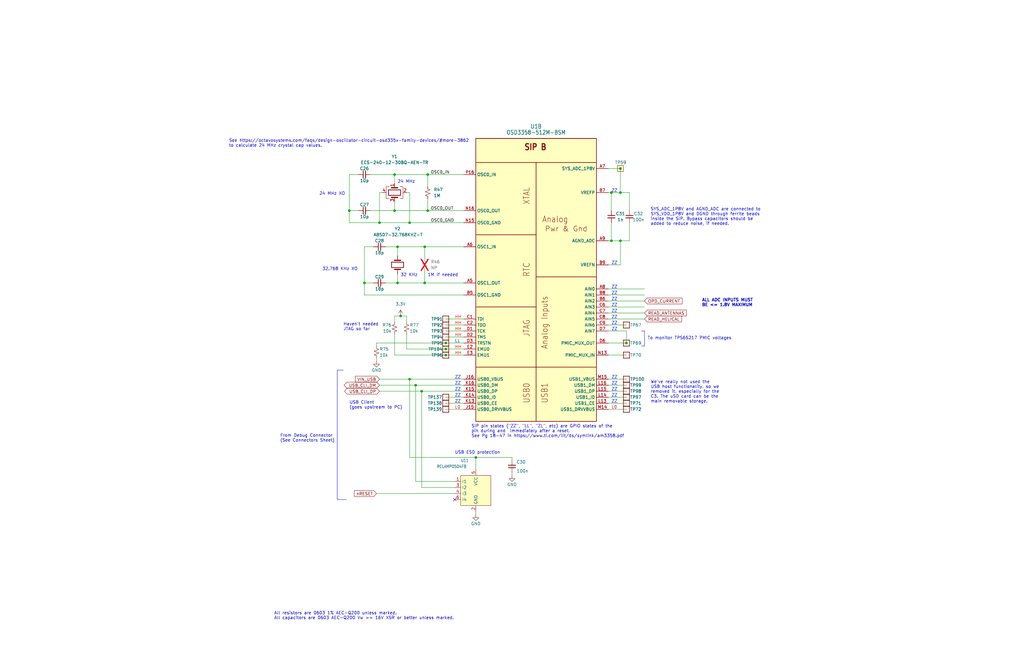
<source format=kicad_sch>
(kicad_sch (version 20230121) (generator eeschema)
  (paper "USLedger")
  (title_block (title "OreSat C3: OSD3358 SIP B") (date "2023-05-29") (rev "6.1"))
  (lib_symbols
    (symbol "Device:C_Small" (pin_numbers hide) (pin_names (offset 0.254) hide)
      (property "Reference" "C" (at 0.254 1.778 0))
      (property "Value" "C_Small" (at 0.254 -2.032 0))
      (symbol "C_Small_1_1"
        (pin passive line (at 0 2.54 270) (length 2.032) (name "~") (number "1"))
        (pin passive line (at 0 -2.54 90) (length 2.032) (name "~") (number "2"))
      )
    )
    (symbol "Device:Crystal" (pin_numbers hide) (pin_names (offset 1.016) hide)
      (property "Reference" "Y" (at 0 3.81 0))
      (property "Value" "Crystal" (at 0 -3.81 0))
      (symbol "Crystal_1_1"
        (pin passive line (at -3.81 0 0) (length 1.27) (name "1") (number "1"))
        (pin passive line (at 3.81 0 180) (length 1.27) (name "2") (number "2"))
      )
    )
    (symbol "Device:Crystal_GND24" (pin_names (offset 1.016) hide)
      (property "Reference" "Y" (at 3.175 5.08 0))
      (property "Value" "Crystal_GND24" (at 3.175 3.175 0))
      (symbol "Crystal_GND24_1_1"
        (pin passive line (at -3.81 0 0) (length 1.27) (name "1") (number "1"))
        (pin passive line (at 0 5.08 270) (length 1.27) (name "2") (number "2"))
        (pin passive line (at 3.81 0 180) (length 1.27) (name "3") (number "3"))
        (pin passive line (at 0 -5.08 90) (length 1.27) (name "4") (number "4"))
      )
    )
    (symbol "Device:R_Small_US" (pin_numbers hide) (pin_names (offset 0.254) hide)
      (property "Reference" "R" (at 0.762 0.508 0))
      (property "Value" "R_Small_US" (at 0.762 -1.016 0))
      (symbol "R_Small_US_1_1"
        (pin passive line (at 0 2.54 270) (length 1.016) (name "~") (number "1"))
        (pin passive line (at 0 -2.54 90) (length 1.016) (name "~") (number "2"))
      )
    )
    (symbol "oresat-ics:OSD3358-512M-BSM"
      (property "Reference" "U" (at 0 87.63 0))
      (property "Value" "OSD3358-512M-BSM" (at 0 85.09 0))
      (symbol "OSD3358-512M-BSM_1_0"
        (text "Connect to either:\nSYS_VDD_1P8V or\nSYS_VDD3_3P3V" (at 8.89 -21.59 900) (effects (font (size 1.27 1.0795)) (justify bottom)))
        (text "Connect together with pour" (at 5.08 -60.96 900) (effects (font (size 1.27 1.0795)) (justify left bottom)))
        (text "Connect together with pour" (at 5.08 -7.62 900) (effects (font (size 1.27 1.0795)) (justify left bottom)))
        (text "GND to program EEPROM" (at -25.4 -71.12 0) (effects (font (size 1.27 1.0795)) (justify left bottom)))
        (text "I2C0" (at -2.54 -60.96 900) (effects (font (size 2.54 2.159)) (justify left bottom)))
        (text "Reset" (at 5.08 -81.28 900) (effects (font (size 2.54 2.159)) (justify left bottom)))
        (text "SIP A" (at -20.32 17.78 0) (effects (font (size 2.54 2.159) bold) (justify left bottom)))
        (pin bidirectional line (at -35.56 -53.34 0) (length 5.08) (name "I2C0_SCL") (number "C10"))
        (pin bidirectional line (at -35.56 -63.5 0) (length 5.08) (name "I2C0_SDA") (number "C11"))
        (pin bidirectional line (at -35.56 -50.8 0) (length 5.08) (name "PMIC_SCL") (number "D10"))
        (pin bidirectional line (at -35.56 -60.96 0) (length 5.08) (name "PMIC_SDA") (number "D11"))
        (pin bidirectional line (at -35.56 -40.64 0) (length 5.08) (name "EXTINTN") (number "D4"))
        (pin output line (at -35.56 -38.1 0) (length 5.08) (name "PMIC_NINT") (number "E4"))
        (pin power_in line (at 35.56 -38.1 180) (length 5.08) (name "SYS_VDD_1P8V@1") (number "F10"))
        (pin power_in line (at 35.56 43.18 180) (length 5.08) (name "SYS_VDD2_3P3V@1") (number "F11"))
        (pin power_in line (at 35.56 60.96 180) (length 5.08) (name "SYS_VDD1_3P3V@1") (number "F6"))
        (pin power_in line (at 35.56 58.42 180) (length 5.08) (name "SYS_VDD1_3P3V@2") (number "F7"))
        (pin power_in line (at 35.56 12.7 180) (length 5.08) (name "SYS_VDD3_3P3V@1") (number "F8"))
        (pin power_in line (at 35.56 -22.86 180) (length 5.08) (name "VDDSHV4") (number "F9"))
        (pin power_in line (at 35.56 -40.64 180) (length 5.08) (name "SYS_VDD_1P8V@2") (number "G10"))
        (pin power_in line (at 35.56 40.64 180) (length 5.08) (name "SYS_VDD2_3P3V@2") (number "G11"))
        (pin power_in line (at 35.56 55.88 180) (length 5.08) (name "SYS_VDD1_3P3V@3") (number "G6"))
        (pin power_in line (at 35.56 53.34 180) (length 5.08) (name "SYS_VDD1_3P3V@4") (number "G7"))
        (pin power_in line (at 35.56 10.16 180) (length 5.08) (name "SYS_VDD3_3P3V@2") (number "G8"))
        (pin power_in line (at 35.56 -25.4 180) (length 5.08) (name "VDDSHV5") (number "G9"))
        (pin power_in line (at 35.56 -43.18 180) (length 5.08) (name "SYS_VDD_1P8V@3") (number "H10"))
        (pin power_in line (at 35.56 -45.72 180) (length 5.08) (name "SYS_VDD_1P8V@4") (number "H11"))
        (pin power_in line (at 35.56 7.62 180) (length 5.08) (name "SYS_VDD3_3P3V@3") (number "H7"))
        (pin power_in line (at 35.56 5.08 180) (length 5.08) (name "SYS_VDD3_3P3V@4") (number "H8"))
        (pin power_in line (at 35.56 -27.94 180) (length 5.08) (name "VDDSHV6") (number "H9"))
        (pin power_in line (at 35.56 -48.26 180) (length 5.08) (name "SYS_VDD_1P8V@5") (number "J10"))
        (pin power_in line (at 35.56 -50.8 180) (length 5.08) (name "SYS_VDD_1P8V@6") (number "J11"))
        (pin power_in line (at 35.56 2.54 180) (length 5.08) (name "SYS_VDD3_3P3V@5") (number "J7"))
        (pin power_in line (at 35.56 0 180) (length 5.08) (name "SYS_VDD3_3P3V@6") (number "J8"))
        (pin power_in line (at 35.56 -15.24 180) (length 5.08) (name "VDDSHV1") (number "J9"))
        (pin power_in line (at 35.56 -53.34 180) (length 5.08) (name "SYS_VDD_1P8V@7") (number "K10"))
        (pin power_in line (at 35.56 30.48 180) (length 5.08) (name "SYS_RTC_1P8V@1") (number "K11"))
        (pin power_in line (at 35.56 78.74 180) (length 5.08) (name "SYS_VOUT@1") (number "K6"))
        (pin power_in line (at 35.56 76.2 180) (length 5.08) (name "SYS_VOUT@2") (number "K7"))
        (pin power_in line (at 35.56 -2.54 180) (length 5.08) (name "SYS_VDD3_3P3V@7") (number "K8"))
        (pin power_in line (at 35.56 -17.78 180) (length 5.08) (name "VDDSHV2") (number "K9"))
        (pin power_in line (at 35.56 -55.88 180) (length 5.08) (name "SYS_VDD_1P8V@8") (number "L10"))
        (pin power_in line (at 35.56 27.94 180) (length 5.08) (name "SYS_RTC_1P8V@2") (number "L11"))
        (pin output line (at -35.56 -30.48 0) (length 5.08) (name "PMIC_NWAKEUP") (number "L4"))
        (pin power_in line (at 35.56 73.66 180) (length 5.08) (name "SYS_VOUT@3") (number "L6"))
        (pin power_in line (at 35.56 71.12 180) (length 5.08) (name "SYS_VOUT@4") (number "L7"))
        (pin power_in line (at 35.56 -5.08 180) (length 5.08) (name "SYS_VDD3_3P3V@8") (number "L8"))
        (pin power_in line (at 35.56 -20.32 180) (length 5.08) (name "VDDSHV3") (number "L9"))
        (pin bidirectional line (at -35.56 5.08 0) (length 5.08) (name "PMIC_NRESET") (number "M13"))
        (pin bidirectional line (at -35.56 -83.82 0) (length 5.08) (name "RTC_KALDO_ENN") (number "M16"))
        (pin bidirectional line (at -35.56 -73.66 0) (length 5.08) (name "EEPROM_WP") (number "M2"))
        (pin bidirectional line (at -35.56 -33.02 0) (length 5.08) (name "EXT_WAKEUP") (number "M4"))
        (pin output line (at -35.56 -17.78 0) (length 5.08) (name "PMIC_POWER_EN") (number "N10"))
        (pin input line (at -35.56 -15.24 0) (length 5.08) (name "PMIC_PWR_EN") (number "N11"))
        (pin output line (at 35.56 -71.12 180) (length 5.08) (name "PMIC_PGOOD") (number "N12"))
        (pin output line (at -35.56 -22.86 0) (length 5.08) (name "PMIC_LDO_PGOOD") (number "N4"))
        (pin bidirectional line (at -35.56 -25.4 0) (length 5.08) (name "RTC_PWRONRSTN") (number "N5"))
        (pin bidirectional line (at -35.56 35.56 0) (length 5.08) (name "PMIC_TS") (number "N6"))
        (pin bidirectional line (at -35.56 38.1 0) (length 5.08) (name "PMIC_BAT_SENSE") (number "N7"))
        (pin power_in line (at -35.56 78.74 0) (length 5.08) (name "VIN_AC@1") (number "P10"))
        (pin bidirectional line (at 35.56 -73.66 180) (length 5.08) (name "PWRONRSTN") (number "P11"))
        (pin power_in line (at -35.56 48.26 0) (length 5.08) (name "VIN_BAT@1") (number "P8"))
        (pin power_in line (at -35.56 63.5 0) (length 5.08) (name "VIN_USB@1") (number "P9"))
        (pin power_in line (at -35.56 76.2 0) (length 5.08) (name "VIN_AC@2") (number "R10"))
        (pin bidirectional line (at 35.56 -83.82 180) (length 5.08) (name "WARMRSTN") (number "R11"))
        (pin power_in line (at -35.56 45.72 0) (length 5.08) (name "VIN_BAT@2") (number "R8"))
        (pin power_in line (at -35.56 60.96 0) (length 5.08) (name "VIN_USB@2") (number "R9"))
        (pin power_in line (at -35.56 73.66 0) (length 5.08) (name "VIN_AC@3") (number "T10"))
        (pin bidirectional line (at -35.56 -5.08 0) (length 5.08) (name "PMIC_PB_IN") (number "T11"))
        (pin power_in line (at -35.56 43.18 0) (length 5.08) (name "VIN_BAT@3") (number "T8"))
        (pin power_in line (at -35.56 58.42 0) (length 5.08) (name "VIN_USB@3") (number "T9"))
      )
      (symbol "OSD3358-512M-BSM_2_0"
        (text "Analog" (at 2.54 22.86 0) (effects (font (size 2.54 2.159)) (justify left bottom)))
        (text "Analog Inputs" (at 5.08 -30.48 900) (effects (font (size 2.54 2.159)) (justify left bottom)))
        (text "JTAG" (at -2.54 -25.4 900) (effects (font (size 2.54 2.159)) (justify left bottom)))
        (text "Pwr & Gnd" (at 12.7 20.32 0) (effects (font (size 2.159 2.159))))
        (text "RTC" (at -2.54 0 900) (effects (font (size 2.54 2.159)) (justify left bottom)))
        (text "SIP B" (at -5.08 53.34 0) (effects (font (size 2.54 2.159) bold) (justify left bottom)))
        (text "USB0" (at -2.54 -53.34 900) (effects (font (size 2.54 2.159)) (justify left bottom)))
        (text "USB1" (at 5.08 -53.34 900) (effects (font (size 2.54 2.159)) (justify left bottom)))
        (text "XTAL" (at -2.54 30.48 900) (effects (font (size 2.54 2.159)) (justify left bottom)))
        (pin bidirectional line (at -30.48 -2.54 0) (length 5.08) (name "OSC1_OUT") (number "A5"))
        (pin bidirectional line (at -30.48 12.7 0) (length 5.08) (name "OSC1_IN") (number "A6"))
        (pin bidirectional line (at 30.48 45.72 180) (length 5.08) (name "SYS_ADC_1P8V") (number "A7"))
        (pin bidirectional line (at 30.48 -5.08 180) (length 5.08) (name "AIN0") (number "A8"))
        (pin bidirectional line (at 30.48 15.24 180) (length 5.08) (name "AGND_ADC") (number "A9"))
        (pin bidirectional line (at -30.48 -7.62 0) (length 5.08) (name "OSC1_GND") (number "B5"))
        (pin bidirectional line (at 30.48 -10.16 180) (length 5.08) (name "AIN2") (number "B6"))
        (pin bidirectional line (at 30.48 35.56 180) (length 5.08) (name "VREFP") (number "B7"))
        (pin bidirectional line (at 30.48 -7.62 180) (length 5.08) (name "AIN1") (number "B8"))
        (pin bidirectional line (at 30.48 5.08 180) (length 5.08) (name "VREFN") (number "B9"))
        (pin bidirectional line (at -30.48 -17.78 0) (length 5.08) (name "TDI") (number "C1"))
        (pin bidirectional line (at -30.48 -20.32 0) (length 5.08) (name "TDO") (number "C2"))
        (pin bidirectional line (at 30.48 -12.7 180) (length 5.08) (name "AIN3") (number "C6"))
        (pin bidirectional line (at 30.48 -15.24 180) (length 5.08) (name "AIN4") (number "C7"))
        (pin bidirectional line (at 30.48 -17.78 180) (length 5.08) (name "AIN5") (number "C8"))
        (pin bidirectional line (at 30.48 -20.32 180) (length 5.08) (name "AIN6") (number "C9"))
        (pin bidirectional line (at -30.48 -22.86 0) (length 5.08) (name "TCK") (number "D1"))
        (pin bidirectional line (at -30.48 -25.4 0) (length 5.08) (name "TMS") (number "D2"))
        (pin bidirectional line (at -30.48 -27.94 0) (length 5.08) (name "TRSTN") (number "D3"))
        (pin bidirectional line (at 30.48 -27.94 180) (length 5.08) (name "PMIC_MUX_OUT") (number "D6"))
        (pin bidirectional line (at 30.48 -22.86 180) (length 5.08) (name "AIN7") (number "D7"))
        (pin bidirectional line (at -30.48 -30.48 0) (length 5.08) (name "EMU0") (number "E2"))
        (pin bidirectional line (at -30.48 -33.02 0) (length 5.08) (name "EMU1") (number "E3"))
        (pin bidirectional line (at -30.48 -55.88 0) (length 5.08) (name "USB0_DRVVBUS") (number "J15"))
        (pin bidirectional line (at -30.48 -43.18 0) (length 5.08) (name "USB0_VBUS") (number "J16"))
        (pin bidirectional line (at -30.48 -53.34 0) (length 5.08) (name "USB0_CE") (number "K13"))
        (pin bidirectional line (at -30.48 -50.8 0) (length 5.08) (name "USB0_ID") (number "K14"))
        (pin bidirectional line (at -30.48 -48.26 0) (length 5.08) (name "USB0_DP") (number "K15"))
        (pin bidirectional line (at -30.48 -45.72 0) (length 5.08) (name "USB0_DM") (number "K16"))
        (pin bidirectional line (at 30.48 -53.34 180) (length 5.08) (name "USB1_CE") (number "L13"))
        (pin bidirectional line (at 30.48 -50.8 180) (length 5.08) (name "USB1_ID") (number "L14"))
        (pin bidirectional line (at 30.48 -48.26 180) (length 5.08) (name "USB1_DP") (number "L15"))
        (pin bidirectional line (at 30.48 -45.72 180) (length 5.08) (name "USB1_DM") (number "L16"))
        (pin bidirectional line (at 30.48 -55.88 180) (length 5.08) (name "USB1_DRVVBUS") (number "M14"))
        (pin bidirectional line (at 30.48 -43.18 180) (length 5.08) (name "USB1_VBUS") (number "M15"))
        (pin bidirectional line (at 30.48 -33.02 180) (length 5.08) (name "PMIC_MUX_IN") (number "N13"))
        (pin bidirectional line (at -30.48 22.86 0) (length 5.08) (name "OSC0_GND") (number "N15"))
        (pin bidirectional line (at -30.48 27.94 0) (length 5.08) (name "OSC0_OUT") (number "N16"))
        (pin bidirectional line (at -30.48 43.18 0) (length 5.08) (name "OSC0_IN") (number "P16"))
      )
      (symbol "OSD3358-512M-BSM_3_0"
        (text "SIP C" (at -5.08 53.34 0) (effects (font (size 2.54 2.159) bold) (justify left bottom)))
        (pin bidirectional line (at -30.48 -12.7 0) (length 5.08) (name "MCASP0_ACLKX") (number "A1"))
        (pin bidirectional line (at -30.48 33.02 0) (length 5.08) (name "UART1_RTSN") (number "A10"))
        (pin bidirectional line (at -30.48 38.1 0) (length 5.08) (name "UART1_RXD") (number "A11"))
        (pin bidirectional line (at -30.48 53.34 0) (length 5.08) (name "UART0_RXD") (number "A12"))
        (pin bidirectional line (at -30.48 25.4 0) (length 5.08) (name "SPI0_SCLK") (number "A13"))
        (pin bidirectional line (at -30.48 17.78 0) (length 5.08) (name "SPI0_CS0") (number "A14"))
        (pin bidirectional line (at -30.48 0 0) (length 5.08) (name "MMC0_DAT1") (number "A15"))
        (pin bidirectional line (at -30.48 2.54 0) (length 5.08) (name "MMC0_DAT0") (number "A16"))
        (pin bidirectional line (at -30.48 -15.24 0) (length 5.08) (name "MCASP0_FSX") (number "A2"))
        (pin bidirectional line (at -30.48 -22.86 0) (length 5.08) (name "MCASP0_ACLKR") (number "A3"))
        (pin bidirectional line (at -30.48 -38.1 0) (length 5.08) (name "XDMA_EVENT_INTR0") (number "A4"))
        (pin bidirectional line (at -30.48 -20.32 0) (length 5.08) (name "MCASP0_AHCLKR") (number "B1"))
        (pin bidirectional line (at -30.48 35.56 0) (length 5.08) (name "UART1_CTSN") (number "B10"))
        (pin bidirectional line (at -30.48 40.64 0) (length 5.08) (name "UART1_TXD") (number "B11"))
        (pin bidirectional line (at -30.48 55.88 0) (length 5.08) (name "UART0_TXD") (number "B12"))
        (pin bidirectional line (at -30.48 22.86 0) (length 5.08) (name "SPI0_D0") (number "B13"))
        (pin bidirectional line (at -30.48 20.32 0) (length 5.08) (name "SPI0_D1") (number "B14"))
        (pin bidirectional line (at -30.48 7.62 0) (length 5.08) (name "MMC0_CLK") (number "B15"))
        (pin bidirectional line (at -30.48 5.08 0) (length 5.08) (name "MMC0_CMD") (number "B16"))
        (pin bidirectional line (at -30.48 -17.78 0) (length 5.08) (name "MCASP0_AXR0") (number "B2"))
        (pin bidirectional line (at -30.48 -25.4 0) (length 5.08) (name "MCASP0_FSR") (number "B3"))
        (pin bidirectional line (at -30.48 -40.64 0) (length 5.08) (name "XDMA_EVENT_INTR1") (number "B4"))
        (pin bidirectional line (at -30.48 50.8 0) (length 5.08) (name "UART0_CTSN") (number "C12"))
        (pin bidirectional line (at -30.48 48.26 0) (length 5.08) (name "UART0_RTSN") (number "C13"))
        (pin bidirectional line (at -30.48 15.24 0) (length 5.08) (name "SPI0_CS1") (number "C14"))
        (pin bidirectional line (at -30.48 -5.08 0) (length 5.08) (name "MMC0_DAT3") (number "C15"))
        (pin bidirectional line (at -30.48 -2.54 0) (length 5.08) (name "MMC0_DAT2") (number "C16"))
        (pin bidirectional line (at -30.48 -27.94 0) (length 5.08) (name "MCASP0_AXR1") (number "C3"))
        (pin bidirectional line (at -30.48 -30.48 0) (length 5.08) (name "MCASP0_AHCLKX") (number "C4"))
        (pin bidirectional line (at -30.48 -43.18 0) (length 5.08) (name "ECAP0_IN_PWM0_OUT") (number "C5"))
        (pin bidirectional line (at 30.48 -50.8 180) (length 5.08) (name "GPMC_ADVN_ALE") (number "M1"))
        (pin bidirectional line (at 30.48 -58.42 180) (length 5.08) (name "GPMC_OEN_REN") (number "N1"))
        (pin bidirectional line (at 30.48 17.78 180) (length 5.08) (name "GPMC_BEN1") (number "N14"))
        (pin bidirectional line (at 30.48 -55.88 180) (length 5.08) (name "GPMC_WEN") (number "N2"))
        (pin bidirectional line (at 30.48 -53.34 180) (length 5.08) (name "GPMC_BEN0_CLE") (number "N3"))
        (pin bidirectional line (at 30.48 2.54 180) (length 5.08) (name "GPMC_CSN2") (number "P1"))
        (pin bidirectional line (at 30.48 45.72 180) (length 5.08) (name "GPMC_A2") (number "P12"))
        (pin bidirectional line (at 30.48 38.1 180) (length 5.08) (name "GPMC_A5") (number "P13"))
        (pin bidirectional line (at 30.48 30.48 180) (length 5.08) (name "GPMC_A8") (number "P14"))
        (pin bidirectional line (at 30.48 15.24 180) (length 5.08) (name "GPMC_WAIT0") (number "P15"))
        (pin bidirectional line (at 30.48 5.08 180) (length 5.08) (name "GPMC_CSN1") (number "P2"))
        (pin bidirectional line (at 30.48 7.62 180) (length 5.08) (name "GPMC_CSN0") (number "P3"))
        (pin bidirectional line (at 30.48 -20.32 180) (length 5.08) (name "GPMC_AD6") (number "P4"))
        (pin bidirectional line (at 30.48 -30.48 180) (length 5.08) (name "GPMC_AD9") (number "P5"))
        (pin bidirectional line (at 30.48 -38.1 180) (length 5.08) (name "GPMC_AD12") (number "P6"))
        (pin bidirectional line (at 30.48 -45.72 180) (length 5.08) (name "GPMC_AD15") (number "P7"))
        (pin bidirectional line (at 30.48 -10.16 180) (length 5.08) (name "GPMC_AD2") (number "R1"))
        (pin bidirectional line (at 30.48 48.26 180) (length 5.08) (name "GPMC_A1") (number "R12"))
        (pin bidirectional line (at 30.48 40.64 180) (length 5.08) (name "GPMC_A4") (number "R13"))
        (pin bidirectional line (at 30.48 33.02 180) (length 5.08) (name "GPMC_A7") (number "R14"))
        (pin bidirectional line (at 30.48 25.4 180) (length 5.08) (name "GPMC_A10") (number "R15"))
        (pin bidirectional line (at 30.48 12.7 180) (length 5.08) (name "GPMC_WPN") (number "R16"))
        (pin bidirectional line (at 30.48 -7.62 180) (length 5.08) (name "GPMC_AD1") (number "R2"))
        (pin bidirectional line (at 30.48 -5.08 180) (length 5.08) (name "GPMC_AD0") (number "R3"))
        (pin bidirectional line (at 30.48 -22.86 180) (length 5.08) (name "GPMC_AD7") (number "R4"))
        (pin bidirectional line (at 30.48 -33.02 180) (length 5.08) (name "GPMC_AD10") (number "R5"))
        (pin bidirectional line (at 30.48 -40.64 180) (length 5.08) (name "GPMC_AD13") (number "R6"))
        (pin bidirectional line (at 30.48 0 180) (length 5.08) (name "GPMC_CSN3") (number "R7"))
        (pin bidirectional line (at 30.48 -17.78 180) (length 5.08) (name "GPMC_AD5") (number "T1"))
        (pin bidirectional line (at 30.48 50.8 180) (length 5.08) (name "GPMC_A0") (number "T12"))
        (pin bidirectional line (at 30.48 43.18 180) (length 5.08) (name "GPMC_A3") (number "T13"))
        (pin bidirectional line (at 30.48 35.56 180) (length 5.08) (name "GPMC_A6") (number "T14"))
        (pin bidirectional line (at 30.48 27.94 180) (length 5.08) (name "GPMC_A9") (number "T15"))
        (pin bidirectional line (at 30.48 22.86 180) (length 5.08) (name "GPMC_A11") (number "T16"))
        (pin bidirectional line (at 30.48 -15.24 180) (length 5.08) (name "GPMC_AD4") (number "T2"))
        (pin bidirectional line (at 30.48 -12.7 180) (length 5.08) (name "GPMC_AD3") (number "T3"))
        (pin bidirectional line (at 30.48 -27.94 180) (length 5.08) (name "GPMC_AD8") (number "T4"))
        (pin bidirectional line (at 30.48 -35.56 180) (length 5.08) (name "GPMC_AD11") (number "T5"))
        (pin bidirectional line (at 30.48 -43.18 180) (length 5.08) (name "GPMC_AD14") (number "T6"))
        (pin bidirectional line (at 30.48 55.88 180) (length 5.08) (name "GPMC_CLK") (number "T7"))
      )
      (symbol "OSD3358-512M-BSM_4_0"
        (text "SIP D" (at -20.32 -30.48 0) (effects (font (size 2.54 2.159) bold) (justify left bottom)))
        (pin bidirectional line (at -30.48 -17.78 0) (length 5.08) (name "MDC") (number "D13"))
        (pin bidirectional line (at -30.48 -5.08 0) (length 5.08) (name "MII1_RXD3") (number "D14"))
        (pin bidirectional line (at -30.48 -2.54 0) (length 5.08) (name "MII1_RXD2") (number "D15"))
        (pin bidirectional line (at -30.48 0 0) (length 5.08) (name "MII1_RXD1") (number "D16"))
        (pin bidirectional line (at 30.48 -22.86 180) (length 5.08) (name "LCD_AC_BIAS_EN") (number "E1"))
        (pin bidirectional line (at -30.48 -20.32 0) (length 5.08) (name "MDIO") (number "E13"))
        (pin bidirectional line (at -30.48 2.54 0) (length 5.08) (name "MII1_RXD0") (number "E14"))
        (pin bidirectional line (at -30.48 -7.62 0) (length 5.08) (name "MII1_RX_ER") (number "E15"))
        (pin bidirectional line (at -30.48 5.08 0) (length 5.08) (name "MII1_RX_CLK") (number "E16"))
        (pin bidirectional line (at 30.48 -15.24 180) (length 5.08) (name "LCD_PCLK") (number "F1"))
        (pin bidirectional line (at -30.48 12.7 0) (length 5.08) (name "MII1_CRS") (number "F14"))
        (pin bidirectional line (at -30.48 10.16 0) (length 5.08) (name "MII1_COL") (number "F15"))
        (pin bidirectional line (at -30.48 -10.16 0) (length 5.08) (name "MII1_RX_DV") (number "F16"))
        (pin bidirectional line (at 30.48 -20.32 180) (length 5.08) (name "LCD_HSYNC") (number "F2"))
        (pin bidirectional line (at 30.48 -17.78 180) (length 5.08) (name "LCD_VSYNC") (number "F3"))
        (pin bidirectional line (at 30.48 22.86 180) (length 5.08) (name "LCD_DATA2") (number "G1"))
        (pin bidirectional line (at -30.48 15.24 0) (length 5.08) (name "MII1_TX_EN") (number "G14"))
        (pin bidirectional line (at -30.48 17.78 0) (length 5.08) (name "MII1_TXD3") (number "G15"))
        (pin bidirectional line (at -30.48 20.32 0) (length 5.08) (name "MII1_TXD2") (number "G16"))
        (pin bidirectional line (at 30.48 25.4 180) (length 5.08) (name "LCD_DATA1") (number "G2"))
        (pin bidirectional line (at 30.48 27.94 180) (length 5.08) (name "LCD_DATA0") (number "G3"))
        (pin bidirectional line (at 30.48 15.24 180) (length 5.08) (name "LCD_DATA5") (number "H1"))
        (pin bidirectional line (at -30.48 22.86 0) (length 5.08) (name "MII1_TXD1") (number "H14"))
        (pin bidirectional line (at -30.48 25.4 0) (length 5.08) (name "MII1_TXD0") (number "H15"))
        (pin bidirectional line (at -30.48 27.94 0) (length 5.08) (name "MII1_TX_CLK") (number "H16"))
        (pin bidirectional line (at 30.48 17.78 180) (length 5.08) (name "LCD_DATA4") (number "H2"))
        (pin bidirectional line (at 30.48 20.32 180) (length 5.08) (name "LCD_DATA3") (number "H3"))
        (pin bidirectional line (at 30.48 7.62 180) (length 5.08) (name "LCD_DATA8") (number "J1"))
        (pin bidirectional line (at -30.48 -15.24 0) (length 5.08) (name "RMII1_REF_CLK") (number "J14"))
        (pin bidirectional line (at 30.48 10.16 180) (length 5.08) (name "LCD_DATA7") (number "J2"))
        (pin bidirectional line (at 30.48 12.7 180) (length 5.08) (name "LCD_DATA6") (number "J3"))
        (pin bidirectional line (at 30.48 0 180) (length 5.08) (name "LCD_DATA11") (number "K1"))
        (pin bidirectional line (at 30.48 2.54 180) (length 5.08) (name "LCD_DATA10") (number "K2"))
        (pin bidirectional line (at 30.48 5.08 180) (length 5.08) (name "LCD_DATA9") (number "K3"))
        (pin bidirectional line (at 30.48 -7.62 180) (length 5.08) (name "LCD_DATA14") (number "L1"))
        (pin bidirectional line (at 30.48 -5.08 180) (length 5.08) (name "LCD_DATA13") (number "L2"))
        (pin bidirectional line (at 30.48 -2.54 180) (length 5.08) (name "LCD_DATA12") (number "L3"))
        (pin bidirectional line (at 30.48 -10.16 180) (length 5.08) (name "LCD_DATA15") (number "M3"))
      )
      (symbol "OSD3358-512M-BSM_5_0"
        (text "a via per pad." (at -7.62 -21.59 0) (effects (font (size 1.27 1.27)) (justify left)))
        (text "DGND pads  instead of " (at -7.62 -19.05 0) (effects (font (size 1.27 1.27)) (justify left)))
        (text "NOTE:  Can use pours to connect" (at -13.97 -17.78 0) (effects (font (size 1.27 1.0795)) (justify left bottom)))
        (text "SIP E" (at 0 20.32 0) (effects (font (size 2.54 2.159) bold) (justify bottom)))
        (pin bidirectional line (at -30.48 25.4 0) (length 5.08) (name "DGND@1") (number "D8"))
        (pin bidirectional line (at -30.48 22.86 0) (length 5.08) (name "DGND@2") (number "D9"))
        (pin bidirectional line (at -30.48 5.08 0) (length 5.08) (name "DGND@8") (number "E10"))
        (pin bidirectional line (at -30.48 2.54 0) (length 5.08) (name "DGND@9") (number "E11"))
        (pin bidirectional line (at -30.48 0 0) (length 5.08) (name "DGND@10") (number "E12"))
        (pin bidirectional line (at -30.48 17.78 0) (length 5.08) (name "DGND@3") (number "E5"))
        (pin bidirectional line (at -30.48 15.24 0) (length 5.08) (name "DGND@4") (number "E6"))
        (pin bidirectional line (at -30.48 12.7 0) (length 5.08) (name "DGND@5") (number "E7"))
        (pin bidirectional line (at -30.48 10.16 0) (length 5.08) (name "DGND@6") (number "E8"))
        (pin bidirectional line (at -30.48 7.62 0) (length 5.08) (name "DGND@7") (number "E9"))
        (pin bidirectional line (at -30.48 -7.62 0) (length 5.08) (name "DGND@12") (number "F12"))
        (pin bidirectional line (at -30.48 -5.08 0) (length 5.08) (name "DGND@11") (number "F5"))
        (pin bidirectional line (at -30.48 -15.24 0) (length 5.08) (name "DGND@14") (number "G12"))
        (pin bidirectional line (at -30.48 -12.7 0) (length 5.08) (name "DGND@13") (number "G5"))
        (pin bidirectional line (at -30.48 -25.4 0) (length 5.08) (name "DGND@17") (number "H12"))
        (pin bidirectional line (at -30.48 -27.94 0) (length 5.08) (name "DGND@18") (number "H13"))
        (pin bidirectional line (at -30.48 -20.32 0) (length 5.08) (name "DGND@15") (number "H4"))
        (pin bidirectional line (at -30.48 -22.86 0) (length 5.08) (name "DGND@16") (number "H5"))
        (pin bidirectional line (at 30.48 20.32 180) (length 5.08) (name "DGND@21") (number "J12"))
        (pin bidirectional line (at 30.48 17.78 180) (length 5.08) (name "DGND@22") (number "J13"))
        (pin bidirectional line (at 30.48 25.4 180) (length 5.08) (name "DGND@19") (number "J4"))
        (pin bidirectional line (at 30.48 22.86 180) (length 5.08) (name "DGND@20") (number "J5"))
        (pin bidirectional line (at 30.48 10.16 180) (length 5.08) (name "DGND@24") (number "K12"))
        (pin bidirectional line (at 30.48 12.7 180) (length 5.08) (name "DGND@23") (number "K5"))
        (pin bidirectional line (at 30.48 2.54 180) (length 5.08) (name "DGND@26") (number "L12"))
        (pin bidirectional line (at 30.48 5.08 180) (length 5.08) (name "DGND@25") (number "L5"))
        (pin bidirectional line (at 30.48 -15.24 180) (length 5.08) (name "DGND@32") (number "M10"))
        (pin bidirectional line (at 30.48 -17.78 180) (length 5.08) (name "DGND@33") (number "M11"))
        (pin bidirectional line (at 30.48 -20.32 180) (length 5.08) (name "DGND@34") (number "M12"))
        (pin bidirectional line (at 30.48 -2.54 180) (length 5.08) (name "DGND@27") (number "M5"))
        (pin bidirectional line (at 30.48 -5.08 180) (length 5.08) (name "DGND@28") (number "M6"))
        (pin bidirectional line (at 30.48 -7.62 180) (length 5.08) (name "DGND@29") (number "M7"))
        (pin bidirectional line (at 30.48 -10.16 180) (length 5.08) (name "DGND@30") (number "M8"))
        (pin bidirectional line (at 30.48 -12.7 180) (length 5.08) (name "DGND@31") (number "M9"))
        (pin bidirectional line (at 30.48 -25.4 180) (length 5.08) (name "DGND@35") (number "N8"))
        (pin bidirectional line (at 30.48 -27.94 180) (length 5.08) (name "DGND@36") (number "N9"))
      )
      (symbol "OSD3358-512M-BSM_6_0"
        (text "Do Not Connect" (at 0 -15.24 0) (effects (font (size 1.778 1.5113))))
        (text "Do Not Use" (at 0 11.43 0) (effects (font (size 1.778 1.5113)) (justify bottom)))
        (text "power rail recommended" (at -10.16 5.08 0) (effects (font (size 1.27 1.27)) (justify left)))
        (text "SIP F" (at 15.24 20.32 0) (effects (font (size 2.54 2.159) bold) (justify bottom)))
        (text "Test Point per " (at -10.16 7.62 0) (effects (font (size 1.27 1.27)) (justify left)))
        (pin bidirectional line (at 27.94 -5.08 180) (length 5.08) (name "NC@1") (number "D12"))
        (pin bidirectional line (at -27.94 -5.08 0) (length 5.08) (name "CAP_VDD_RTC") (number "D5"))
        (pin bidirectional line (at -27.94 10.16 0) (length 5.08) (name "VDD_MPU") (number "F13"))
        (pin bidirectional line (at -27.94 20.32 0) (length 5.08) (name "VDDS_DDR") (number "F4"))
        (pin bidirectional line (at -27.94 5.08 0) (length 5.08) (name "VDDS_PLL") (number "G13"))
        (pin bidirectional line (at -27.94 15.24 0) (length 5.08) (name "VDD_CORE") (number "G4"))
        (pin bidirectional line (at -27.94 -10.16 0) (length 5.08) (name "VPP") (number "H6"))
        (pin bidirectional line (at 27.94 -7.62 180) (length 5.08) (name "NC@2") (number "J6"))
        (pin bidirectional line (at 27.94 -10.16 180) (length 5.08) (name "NC@3") (number "K4"))
      )
    )
    (symbol "oresat-ics:RCLAMP0504FB"
      (property "Reference" "U" (at -13.97 12.7 0))
      (property "Value" "RCLAMP0504FB" (at -13.97 10.16 0))
      (symbol "RCLAMP0504FB_1_0"
        (pin bidirectional line (at -8.89 3.81 0) (length 2.54) (name "I1") (number "1"))
        (pin power_in line (at 0 -8.89 90) (length 2.54) (name "GND") (number "2"))
        (pin bidirectional line (at -8.89 1.27 0) (length 2.54) (name "I2") (number "3"))
        (pin bidirectional line (at -8.89 -1.27 0) (length 2.54) (name "I3") (number "4"))
        (pin power_in line (at 0 8.89 270) (length 2.54) (name "VCC") (number "5"))
        (pin bidirectional line (at -8.89 -3.81 0) (length 2.54) (name "I4") (number "6"))
      )
    )
    (symbol "oresat-misc:Test-Point-0.75mm-th"
      (property "Reference" "TP" (at 0 2.54 0))
      (symbol "Test-Point-0.75mm-th_1_0"
        (pin passive line (at 0 0 0) (length 0) (name "1") (number "1"))
      )
    )
    (symbol "oresat-misc:Test-Point-1mm-round"
      (property "Reference" "TP" (at 0 2.54 0))
      (symbol "Test-Point-1mm-round_1_0"
        (pin passive line (at 0 0 0) (length 0) (name "1") (number "1"))
      )
    )
    (symbol "oresat-power:3.3V" (power) (pin_names (offset 0))
      (property "Value" "3.3V" (at 0 3.556 0))
      (symbol "3.3V_1_1"
        (pin power_in line (at 0 0 90) (length 0) hide (name "3.3V") (number "1"))
      )
    )
    (symbol "power:GND" (power) (pin_names (offset 0))
      (property "Value" "GND" (at 0 -3.81 0))
      (symbol "GND_1_1"
        (pin power_in line (at 0 0 270) (length 0) hide (name "GND") (number "1"))
      )
    )
  )
  (junction (at 160.02 93.98))
  (junction (at 153.67 119.38))
  (junction (at 261.62 101.6))
  (junction (at 166.37 73.66))
  (junction (at 261.62 71.12))
  (junction (at 180.34 88.9))
  (junction (at 172.72 93.98))
  (junction (at 175.26 162.56))
  (junction (at 179.07 119.38))
  (junction (at 172.72 160.02))
  (junction (at 187.96 149.86))
  (junction (at 187.96 144.78))
  (junction (at 167.64 104.14))
  (junction (at 200.66 193.04))
  (junction (at 177.8 165.1))
  (junction (at 168.91 133.35))
  (junction (at 180.34 73.66))
  (junction (at 257.81 101.6))
  (junction (at 179.07 104.14))
  (junction (at 261.62 81.28))
  (junction (at 264.16 144.78))
  (junction (at 187.96 147.32))
  (junction (at 166.37 88.9))
  (junction (at 147.32 88.9))
  (junction (at 167.64 119.38))
  (junction (at 257.81 81.28))
  (no_connect (at 191.77 210.82))
  (polyline (pts (xy 271.78 139.7) (xy 271.78 146.05)))
  (wire (pts (xy 265.43 88.9) (xy 265.43 81.28)))
  (wire (pts (xy 175.26 162.56) (xy 175.26 203.2)))
  (wire (pts (xy 256.54 111.76) (xy 261.62 111.76)))
  (wire (pts (xy 179.07 119.38) (xy 195.58 119.38)))
  (wire (pts (xy 172.72 193.04) (xy 200.66 193.04)))
  (wire (pts (xy 160.02 81.28) (xy 160.02 93.98)))
  (wire (pts (xy 179.07 104.14) (xy 167.64 104.14)))
  (wire (pts (xy 147.32 88.9) (xy 151.13 88.9)))
  (wire (pts (xy 256.54 137.16) (xy 264.16 137.16)))
  (polyline (pts (xy 142.24 156.21) (xy 142.24 210.82)))
  (wire (pts (xy 256.54 139.7) (xy 264.16 139.7)))
  (wire (pts (xy 171.45 135.89) (xy 171.45 133.35)))
  (wire (pts (xy 191.77 205.74) (xy 177.8 205.74)))
  (wire (pts (xy 215.9 193.04) (xy 215.9 194.31)))
  (wire (pts (xy 256.54 129.54) (xy 271.78 129.54)))
  (wire (pts (xy 147.32 93.98) (xy 160.02 93.98)))
  (wire (pts (xy 187.96 172.72) (xy 195.58 172.72)))
  (wire (pts (xy 256.54 170.18) (xy 264.16 170.18)))
  (wire (pts (xy 256.54 160.02) (xy 264.16 160.02)))
  (wire (pts (xy 171.45 81.28) (xy 172.72 81.28)))
  (wire (pts (xy 166.37 85.09) (xy 166.37 88.9)))
  (wire (pts (xy 215.9 199.39) (xy 215.9 200.66)))
  (wire (pts (xy 256.54 132.08) (xy 271.78 132.08)))
  (wire (pts (xy 153.67 124.46) (xy 153.67 119.38)))
  (wire (pts (xy 187.96 167.64) (xy 195.58 167.64)))
  (polyline (pts (xy 270.51 146.05) (xy 271.78 146.05)))
  (wire (pts (xy 195.58 165.1) (xy 177.8 165.1)))
  (wire (pts (xy 187.96 170.18) (xy 195.58 170.18)))
  (wire (pts (xy 257.81 81.28) (xy 257.81 88.9)))
  (wire (pts (xy 200.66 215.9) (xy 200.66 217.17)))
  (wire (pts (xy 256.54 167.64) (xy 264.16 167.64)))
  (wire (pts (xy 166.37 149.86) (xy 166.37 140.97)))
  (wire (pts (xy 166.37 135.89) (xy 166.37 133.35)))
  (wire (pts (xy 195.58 149.86) (xy 187.96 149.86)))
  (wire (pts (xy 265.43 93.98) (xy 265.43 101.6)))
  (wire (pts (xy 179.07 114.3) (xy 179.07 119.38)))
  (wire (pts (xy 167.64 119.38) (xy 162.56 119.38)))
  (wire (pts (xy 200.66 193.04) (xy 215.9 193.04)))
  (wire (pts (xy 160.02 162.56) (xy 175.26 162.56)))
  (wire (pts (xy 171.45 147.32) (xy 187.96 147.32)))
  (wire (pts (xy 195.58 162.56) (xy 175.26 162.56)))
  (wire (pts (xy 264.16 139.7) (xy 264.16 144.78)))
  (wire (pts (xy 195.58 147.32) (xy 187.96 147.32)))
  (wire (pts (xy 256.54 101.6) (xy 257.81 101.6)))
  (wire (pts (xy 158.75 144.78) (xy 187.96 144.78)))
  (wire (pts (xy 195.58 160.02) (xy 172.72 160.02)))
  (wire (pts (xy 147.32 73.66) (xy 147.32 88.9)))
  (wire (pts (xy 256.54 124.46) (xy 271.78 124.46)))
  (wire (pts (xy 179.07 109.22) (xy 179.07 104.14)))
  (polyline (pts (xy 144.78 156.21) (xy 142.24 156.21)))
  (wire (pts (xy 166.37 77.47) (xy 166.37 73.66)))
  (wire (pts (xy 158.75 208.28) (xy 191.77 208.28)))
  (wire (pts (xy 158.75 144.78) (xy 158.75 146.05)))
  (wire (pts (xy 166.37 149.86) (xy 187.96 149.86)))
  (wire (pts (xy 261.62 71.12) (xy 261.62 81.28)))
  (wire (pts (xy 195.58 137.16) (xy 187.96 137.16)))
  (wire (pts (xy 265.43 81.28) (xy 261.62 81.28)))
  (wire (pts (xy 256.54 121.92) (xy 271.78 121.92)))
  (wire (pts (xy 187.96 144.78) (xy 195.58 144.78)))
  (wire (pts (xy 261.62 81.28) (xy 257.81 81.28)))
  (wire (pts (xy 195.58 139.7) (xy 187.96 139.7)))
  (wire (pts (xy 256.54 127) (xy 271.78 127)))
  (wire (pts (xy 179.07 119.38) (xy 167.64 119.38)))
  (wire (pts (xy 261.62 101.6) (xy 265.43 101.6)))
  (wire (pts (xy 147.32 88.9) (xy 147.32 93.98)))
  (wire (pts (xy 257.81 93.98) (xy 257.81 101.6)))
  (wire (pts (xy 172.72 160.02) (xy 172.72 193.04)))
  (wire (pts (xy 172.72 81.28) (xy 172.72 93.98)))
  (wire (pts (xy 180.34 73.66) (xy 180.34 78.74)))
  (wire (pts (xy 160.02 93.98) (xy 172.72 93.98)))
  (wire (pts (xy 167.64 115.57) (xy 167.64 119.38)))
  (wire (pts (xy 161.29 81.28) (xy 160.02 81.28)))
  (wire (pts (xy 179.07 104.14) (xy 195.58 104.14)))
  (wire (pts (xy 157.48 119.38) (xy 153.67 119.38)))
  (wire (pts (xy 162.56 104.14) (xy 167.64 104.14)))
  (wire (pts (xy 191.77 203.2) (xy 175.26 203.2)))
  (wire (pts (xy 160.02 160.02) (xy 172.72 160.02)))
  (wire (pts (xy 261.62 111.76) (xy 261.62 101.6)))
  (wire (pts (xy 151.13 73.66) (xy 147.32 73.66)))
  (wire (pts (xy 256.54 172.72) (xy 264.16 172.72)))
  (wire (pts (xy 200.66 193.04) (xy 200.66 198.12)))
  (wire (pts (xy 153.67 119.38) (xy 153.67 104.14)))
  (wire (pts (xy 180.34 73.66) (xy 195.58 73.66)))
  (wire (pts (xy 153.67 104.14) (xy 157.48 104.14)))
  (wire (pts (xy 166.37 133.35) (xy 168.91 133.35)))
  (wire (pts (xy 180.34 88.9) (xy 195.58 88.9)))
  (wire (pts (xy 256.54 162.56) (xy 264.16 162.56)))
  (wire (pts (xy 195.58 134.62) (xy 187.96 134.62)))
  (wire (pts (xy 172.72 93.98) (xy 195.58 93.98)))
  (wire (pts (xy 256.54 71.12) (xy 261.62 71.12)))
  (wire (pts (xy 256.54 149.86) (xy 264.16 149.86)))
  (wire (pts (xy 256.54 165.1) (xy 264.16 165.1)))
  (wire (pts (xy 195.58 124.46) (xy 153.67 124.46)))
  (wire (pts (xy 256.54 134.62) (xy 271.78 134.62)))
  (wire (pts (xy 156.21 88.9) (xy 166.37 88.9)))
  (wire (pts (xy 177.8 165.1) (xy 177.8 205.74)))
  (wire (pts (xy 171.45 133.35) (xy 168.91 133.35)))
  (wire (pts (xy 167.64 104.14) (xy 167.64 107.95)))
  (wire (pts (xy 171.45 147.32) (xy 171.45 140.97)))
  (wire (pts (xy 166.37 88.9) (xy 180.34 88.9)))
  (wire (pts (xy 256.54 81.28) (xy 257.81 81.28)))
  (wire (pts (xy 195.58 142.24) (xy 187.96 142.24)))
  (polyline (pts (xy 142.24 210.82) (xy 146.05 210.82)))
  (wire (pts (xy 160.02 165.1) (xy 177.8 165.1)))
  (wire (pts (xy 158.75 151.13) (xy 158.75 152.4)))
  (polyline (pts (xy 270.51 139.7) (xy 271.78 139.7)))
  (wire (pts (xy 180.34 83.82) (xy 180.34 88.9)))
  (wire (pts (xy 156.21 73.66) (xy 166.37 73.66)))
  (wire (pts (xy 166.37 73.66) (xy 180.34 73.66)))
  (wire (pts (xy 261.62 101.6) (xy 257.81 101.6)))
  (wire (pts (xy 256.54 144.78) (xy 264.16 144.78)))
  (text "L0" (at 257.81 172.72 0) (effects (font (size 1.27 1.27)) (justify left bottom)))
  (text "ZZ" (at 257.81 134.62 0) (effects (font (size 1.27 1.27)) (justify left bottom)))
  (text "LL" (at 191.77 144.78 0) (effects (font (size 1.27 1.27)) (justify left bottom)))
  (text "32.768 KHz XO" (at 135.89 114.3 0) (effects (font (size 1.27 1.27)) (justify left bottom)))
  (text "ALL ADC INPUTS MUST\nBE <= 1.8V MAXIMUM" (at 295.91 129.54 0) (effects (font (size 1.27 1.27) (thickness 0.254) bold) (justify left bottom)))
  (text "To monitor TPS65217 PMIC voltages" (at 273.05 143.51 0) (effects (font (size 1.27 1.27)) (justify left bottom)))
  (text "ZZ" (at 257.81 127 0) (effects (font (size 1.27 1.27)) (justify left bottom)))
  (text "ZZ" (at 257.81 160.02 0) (effects (font (size 1.27 1.27)) (justify left bottom)))
  (text "ZZ" (at 257.81 132.08 0) (effects (font (size 1.27 1.27)) (justify left bottom)))
  (text "SIP pin states (\"ZZ\", \"LL\", \"ZL\", etc) are GPIO states of the\npin during and  immediately after a reset.  \nSee Pg 18-47 in https://www.ti.com/lit/ds/symlink/am3358.pdf\n" (at 198.755 184.785 0) (effects (font (size 1.27 1.27)) (justify left bottom)))
  (text "See https://octavosystems.com/faqs/design-oscillator-circuit-osd335x-family-devices/#more-3862\nto calculate 24 MHz crystal cap values." (at 96.52 62.23 0) (effects (font (size 1.27 1.27)) (justify left bottom)))
  (text "24 MHz XO" (at 134.62 82.55 0) (effects (font (size 1.27 1.27)) (justify left bottom)))
  (text "ZZ" (at 191.77 160.02 0) (effects (font (size 1.27 1.27)) (justify left bottom)))
  (text "ZZ" (at 257.81 129.54 0) (effects (font (size 1.27 1.27)) (justify left bottom)))
  (text "HH" (at 191.77 137.16 0) (effects (font (size 1.27 1.27)) (justify left bottom)))
  (text "ZZ" (at 191.77 162.56 0) (effects (font (size 1.27 1.27)) (justify left bottom)))
  (text "1M if needed" (at 180.34 116.84 0) (effects (font (size 1.27 1.27)) (justify left bottom)))
  (text "ZZ" (at 257.81 137.16 0) (effects (font (size 1.27 1.27)) (justify left bottom)))
  (text "L0" (at 191.77 172.72 0) (effects (font (size 1.27 1.27)) (justify left bottom)))
  (text "ZZ" (at 191.77 165.1 0) (effects (font (size 1.27 1.27)) (justify left bottom)))
  (text "ZZ" (at 257.81 139.7 0) (effects (font (size 1.27 1.27)) (justify left bottom)))
  (text "ZZ" (at 257.81 111.76 0) (effects (font (size 1.27 1.27)) (justify left bottom)))
  (text "ZZ" (at 257.81 162.56 0) (effects (font (size 1.27 1.27)) (justify left bottom)))
  (text "ZZ" (at 257.81 81.28 0) (effects (font (size 1.27 1.27)) (justify left bottom)))
  (text "ZZ" (at 257.81 167.64 0) (effects (font (size 1.27 1.27)) (justify left bottom)))
  (text "32 KHz" (at 168.91 116.84 0) (effects (font (size 1.27 1.27)) (justify left bottom)))
  (text "HH" (at 191.77 134.62 0) (effects (font (size 1.27 1.27)) (justify left bottom)))
  (text "Haven't needed\nJTAG so far" (at 144.78 139.7 0) (effects (font (size 1.27 1.27)) (justify left bottom)))
  (text "HH" (at 191.77 147.32 0) (effects (font (size 1.27 1.27)) (justify left bottom)))
  (text "All resistors are 0603 1% AEC-Q200 unless marked.\nAll capacitors are 0603 AEC-Q200 Vw >= 16V X5R or better unless marked." (at 115.57 261.62 0) (effects (font (size 1.27 1.27)) (justify left bottom)))
  (text "HH" (at 191.77 149.86 0) (effects (font (size 1.27 1.27)) (justify left bottom)))
  (text "We've really not used the \nUSB host functionality, so we\nremoved it, especially for the\nC3. The uSD card can be the\nmain removable storage." (at 274.32 170.18 0) (effects (font (size 1.27 1.27)) (justify left bottom)))
  (text "USB Client\n(goes upstream to PC)" (at 147.32 172.72 0) (effects (font (size 1.27 1.27)) (justify left bottom)))
  (text "HH" (at 191.77 142.24 0) (effects (font (size 1.27 1.27)) (justify left bottom)))
  (text "ZZ" (at 191.77 167.64 0) (effects (font (size 1.27 1.27)) (justify left bottom)))
  (text "24 MHz" (at 167.64 77.47 0) (effects (font (size 1.27 1.27)) (justify left bottom)))
  (text "HH" (at 191.77 139.7 0) (effects (font (size 1.27 1.27)) (justify left bottom)))
  (text "ZZ" (at 257.81 170.18 0) (effects (font (size 1.27 1.27)) (justify left bottom)))
  (text "USB ESD protection" (at 191.77 191.77 0) (effects (font (size 1.27 1.27)) (justify left bottom)))
  (text "SYS_ADC_1P8V and AGND_ADC are connected to\nSYS_VDD_1P8V and DGND through ferrite beads \ninside the SiP. Bypass capacitors should be\nadded to reduce noise, if needed." (at 274.32 95.25 0) (effects (font (size 1.27 1.27)) (justify left bottom)))
  (text "From Debug Connector\n(See Connectors Sheet)" (at 118.11 186.69 0) (effects (font (size 1.27 1.27)) (justify left bottom)))
  (text "ZZ" (at 191.77 170.18 0) (effects (font (size 1.27 1.27)) (justify left bottom)))
  (text "ZZ" (at 257.81 165.1 0) (effects (font (size 1.27 1.27)) (justify left bottom)))
  (text "ZZ" (at 257.81 124.46 0) (effects (font (size 1.27 1.27)) (justify left bottom)))
  (text "ZZ" (at 257.81 121.92 0) (effects (font (size 1.27 1.27)) (justify left bottom)))
  (label "OSC0_GND" (at 181.61 93.98 0) (effects (font (size 1.2446 1.2446))))
  (label "OSC0_OUT" (at 181.61 88.9 0) (effects (font (size 1.2446 1.2446))))
  (label "OSC0_IN" (at 181.61 73.66 0) (effects (font (size 1.2446 1.2446))))
  (global_label "USB_CLI_DP" (shape bidirectional) (at 160.02 165.1 180) (property "Intersheetrefs" "${INTERSHEET_REFS}" (at 146.05 165.1 0) (effects (justify right))))
  (global_label "OPD_CURRENT" (shape input) (at 271.78 127 0) (property "Intersheetrefs" "${INTERSHEET_REFS}" (at 288.1115 127 0) (effects (justify left))))
  (global_label "nRESET" (shape input) (at 158.75 208.28 180) (property "Intersheetrefs" "${INTERSHEET_REFS}" (at 148.59 208.28 0) (effects (justify right))))
  (global_label "USB_CLI_DM" (shape bidirectional) (at 160.02 162.56 180) (property "Intersheetrefs" "${INTERSHEET_REFS}" (at 146.05 162.56 0) (effects (justify right))))
  (global_label "READ_HELICAL" (shape input) (at 271.78 134.62 0) (property "Intersheetrefs" "${INTERSHEET_REFS}" (at 287.9301 134.62 0) (effects (justify left))))
  (global_label "READ_ANTENNAS" (shape input) (at 271.78 132.08 0) (property "Intersheetrefs" "${INTERSHEET_REFS}" (at 289.9258 132.08 0) (effects (justify left))))
  (global_label "VIN_USB" (shape input) (at 160.02 160.02 180) (property "Intersheetrefs" "${INTERSHEET_REFS}" (at 149.8055 159.9406 0) (effects (justify right))))
  (symbol (lib_id "Device:Crystal_GND24") (at 166.37 81.28 270) (unit 1)
    (property "Reference" "Y1" (at 166.37 66.04 90))
    (property "Value" "ECS-240-12-30BQ-AEN-TR" (at 166.37 68.58 90))
    (property "Footprint" "oresat-passives:CRYSTAL-5X3.2-4SMD" (effects hide))
    (property "Datasheet" "https://ecsxtal.com/store/pdf/ECX-53BQ.pdf" (effects hide))
  )
  (symbol (lib_id "oresat-misc:Test-Point-1mm-round") (at 264.16 149.86 180) (unit 1)
    (property "Reference" "TP70" (at 270.51 149.86 0) (effects (justify left)))
    (property "Value" "Test-Point" (effects hide))
    (property "Footprint" "oresat-misc:TestPoint_Pad_D1.0mm" (effects hide))
  )
  (symbol (lib_id "oresat-misc:Test-Point-1mm-round") (at 187.96 142.24 180) (unit 1)
    (property "Reference" "TP94" (at 186.69 142.24 0) (effects (justify left)))
    (property "Value" "Test-Point" (effects hide))
    (property "Footprint" "oresat-misc:TestPoint_Pad_D1.0mm" (effects hide))
  )
  (symbol (lib_id "oresat-misc:Test-Point-1mm-round") (at 187.96 134.62 180) (unit 1)
    (property "Reference" "TP91" (at 186.69 134.62 0) (effects (justify left)))
    (property "Value" "Test-Point" (effects hide))
    (property "Footprint" "oresat-misc:TestPoint_Pad_D1.0mm" (effects hide))
  )
  (symbol (lib_id "Device:Crystal") (at 167.64 111.76 90) (unit 1)
    (property "Reference" "Y2" (at 166.37 96.52 90) (effects (justify right)))
    (property "Value" "ABS07-32.768KHZ-T" (at 157.48 99.06 90) (effects (justify right)))
    (property "Footprint" "oresat-passives:CRYSTAL_3.2X1.5" (effects hide))
    (property "Datasheet" "https://abracon.com/Resonators/ABS07.pdf" (effects hide))
  )
  (symbol (lib_id "oresat-misc:Test-Point-1mm-round") (at 187.96 137.16 180) (unit 1)
    (property "Reference" "TP92" (at 186.69 137.16 0) (effects (justify left)))
    (property "Value" "Test-Point" (effects hide))
    (property "Footprint" "oresat-misc:TestPoint_Pad_D1.0mm" (effects hide))
  )
  (symbol (lib_id "oresat-misc:Test-Point-1mm-round") (at 264.16 172.72 180) (unit 1)
    (property "Reference" "TP72" (at 270.51 172.72 0) (effects (justify left)))
    (property "Value" "Test-Point" (effects hide))
    (property "Footprint" "oresat-misc:TestPoint_Pad_D1.0mm" (effects hide))
  )
  (symbol (lib_id "Device:C_Small") (at 153.67 88.9 90) (unit 1)
    (property "Reference" "C27" (at 153.67 86.36 90))
    (property "Value" "10p" (at 153.67 91.44 90))
    (property "Footprint" "Capacitor_SMD:C_0603_1608Metric" (effects hide))
  )
  (symbol (lib_id "oresat-misc:Test-Point-1mm-round") (at 264.16 165.1 180) (unit 1)
    (property "Reference" "TP98" (at 270.51 165.1 0) (effects (justify left)))
    (property "Value" "Test-Point" (effects hide))
    (property "Footprint" "oresat-misc:TestPoint_Pad_D1.0mm" (effects hide))
  )
  (symbol (lib_id "Device:R_Small_US") (at 166.37 138.43 0) (mirror y) (unit 1)
    (property "Reference" "R76" (at 165.1 137.16 0) (effects (justify left)))
    (property "Value" "10k" (at 165.1 139.7 0) (effects (justify left)))
    (property "Footprint" "Resistor_SMD:R_0603_1608Metric" (effects hide))
  )
  (symbol (lib_id "oresat-misc:Test-Point-1mm-round") (at 187.96 149.86 180) (unit 1)
    (property "Reference" "TP96" (at 186.69 149.86 0) (effects (justify left)))
    (property "Value" "Test-Point" (effects hide))
    (property "Footprint" "oresat-misc:TestPoint_Pad_D1.0mm" (effects hide))
  )
  (symbol (lib_id "Device:R_Small_US") (at 179.07 111.76 0) (unit 1) (dnp yes)
    (property "Reference" "R46" (at 181.61 110.4899 0) (effects (justify left)))
    (property "Value" "NP" (at 181.61 113.0299 0) (effects (justify left)))
    (property "Footprint" "Resistor_SMD:R_0603_1608Metric" (effects hide))
  )
  (symbol (lib_id "oresat-misc:Test-Point-1mm-round") (at 187.96 144.78 180) (unit 1)
    (property "Reference" "TP104" (at 186.69 147.32 0) (effects (justify left)))
    (property "Value" "Test-Point" (effects hide))
    (property "Footprint" "oresat-misc:TestPoint_Pad_D1.0mm" (effects hide))
  )
  (symbol (lib_id "oresat-ics:RCLAMP0504FB") (at 200.66 207.01 0) (unit 1)
    (property "Reference" "U11" (at 194.31 194.31 0) (effects (font (size 1.27 1.0795)) (justify left)))
    (property "Value" "RCLAMP0504FB" (at 184.15 196.85 0) (effects (font (size 1.27 1.0795)) (justify left)))
    (property "Footprint" "Package_TO_SOT_SMD:SOT-363_SC-70-6" (effects hide))
    (property "Datasheet" "https://semtech.my.salesforce.com/sfc/p/#E0000000JelG/a/440000001NC4/stkwt9TLwnuFEcETp_EuKKu8Zq_5VZ02wBJYU8lO8Hs" (effects hide))
  )
  (symbol (lib_id "power:GND") (at 200.66 217.17 0) (unit 1)
    (property "Reference" "#PWR0148" (effects hide))
    (property "Value" "GND" (at 200.66 220.98 0))
  )
  (symbol (lib_id "oresat-misc:Test-Point-1mm-round") (at 264.16 160.02 180) (unit 1)
    (property "Reference" "TP100" (at 271.78 160.02 0) (effects (justify left)))
    (property "Value" "Test-Point" (effects hide))
    (property "Footprint" "oresat-misc:TestPoint_Pad_D1.0mm" (effects hide))
  )
  (symbol (lib_id "oresat-misc:Test-Point-1mm-round") (at 187.96 167.64 0) (mirror x) (unit 1)
    (property "Reference" "TP137" (at 180.34 167.64 0) (effects (justify left)))
    (property "Value" "Test-Point" (effects hide))
    (property "Footprint" "oresat-misc:TestPoint_Pad_D1.0mm" (effects hide))
  )
  (symbol (lib_id "oresat-misc:Test-Point-1mm-round") (at 264.16 144.78 180) (unit 1)
    (property "Reference" "TP69" (at 270.51 144.78 0) (effects (justify left)))
    (property "Value" "Test-Point" (effects hide))
    (property "Footprint" "oresat-misc:TestPoint_Pad_D1.0mm" (effects hide))
  )
  (symbol (lib_id "Device:C_Small") (at 215.9 196.85 180) (unit 1)
    (property "Reference" "C30" (at 219.71 194.945 0))
    (property "Value" "100n" (at 220.345 198.755 0))
    (property "Footprint" "Capacitor_SMD:C_0603_1608Metric" (effects hide))
  )
  (symbol (lib_id "oresat-misc:Test-Point-1mm-round") (at 187.96 170.18 0) (mirror x) (unit 1)
    (property "Reference" "TP138" (at 180.34 170.18 0) (effects (justify left)))
    (property "Value" "Test-Point" (effects hide))
    (property "Footprint" "oresat-misc:TestPoint_Pad_D1.0mm" (effects hide))
  )
  (symbol (lib_id "Device:C_Small") (at 160.02 119.38 90) (unit 1)
    (property "Reference" "C29" (at 160.02 116.84 90))
    (property "Value" "18p" (at 160.02 121.92 90))
    (property "Footprint" "Capacitor_SMD:C_0603_1608Metric" (effects hide))
  )
  (symbol (lib_id "oresat-misc:Test-Point-1mm-round") (at 264.16 162.56 180) (unit 1)
    (property "Reference" "TP99" (at 270.51 162.56 0) (effects (justify left)))
    (property "Value" "Test-Point" (effects hide))
    (property "Footprint" "oresat-misc:TestPoint_Pad_D1.0mm" (effects hide))
  )
  (symbol (lib_id "oresat-ics:OSD3358-512M-BSM") (at 226.06 116.84 0) (unit 2)
    (property "Reference" "U1" (at 226.06 53.34 0) (effects (font (size 1.778 1.5113))))
    (property "Value" "OSD3358-512M-BSM" (at 226.06 55.88 0) (effects (font (size 1.778 1.5113))))
    (property "Footprint" "oresat-ics:U-Octavo-OSD335X-BGA-256" (effects hide))
    (property "Description" "OSD335x Embedded Module 1GHz 512MB" (effects hide))
    (property "Distributor" "DigiKey" (effects hide))
    (property "MPN" "OSD3358-512M-BSM" (effects hide))
  )
  (symbol (lib_id "power:GND") (at 158.75 152.4 0) (unit 1)
    (property "Reference" "#PWR0149" (effects hide))
    (property "Value" "GND" (at 158.75 156.21 0))
  )
  (symbol (lib_id "Device:C_Small") (at 160.02 104.14 90) (unit 1)
    (property "Reference" "C28" (at 160.02 101.6 90))
    (property "Value" "18p" (at 160.02 106.68 90))
    (property "Footprint" "Capacitor_SMD:C_0603_1608Metric" (effects hide))
  )
  (symbol (lib_id "Device:C_Small") (at 257.81 91.44 0) (unit 1)
    (property "Reference" "C31" (at 261.62 90.17 0))
    (property "Value" "1n" (at 261.62 92.71 0))
    (property "Footprint" "Capacitor_SMD:C_0603_1608Metric" (effects hide))
  )
  (symbol (lib_id "Device:C_Small") (at 265.43 91.44 0) (unit 1)
    (property "Reference" "C32" (at 269.24 90.17 0))
    (property "Value" "100n" (at 269.24 92.71 0))
    (property "Footprint" "Capacitor_SMD:C_0603_1608Metric" (effects hide))
  )
  (symbol (lib_id "power:GND") (at 215.9 200.66 0) (unit 1)
    (property "Reference" "#PWR0147" (effects hide))
    (property "Value" "GND" (at 215.9 204.47 0))
  )
  (symbol (lib_id "Device:R_Small_US") (at 171.45 138.43 0) (unit 1)
    (property "Reference" "R77" (at 172.72 137.16 0) (effects (justify left)))
    (property "Value" "10k" (at 172.72 139.7 0) (effects (justify left)))
    (property "Footprint" "Resistor_SMD:R_0603_1608Metric" (effects hide))
  )
  (symbol (lib_id "oresat-misc:Test-Point-1mm-round") (at 187.96 147.32 180) (unit 1)
    (property "Reference" "TP95" (at 186.69 144.78 0) (effects (justify left)))
    (property "Value" "Test-Point" (effects hide))
    (property "Footprint" "oresat-misc:TestPoint_Pad_D1.0mm" (effects hide))
  )
  (symbol (lib_id "Device:C_Small") (at 153.67 73.66 90) (unit 1)
    (property "Reference" "C26" (at 153.67 71.12 90))
    (property "Value" "10p" (at 153.67 76.2 90))
    (property "Footprint" "Capacitor_SMD:C_0603_1608Metric" (effects hide))
  )
  (symbol (lib_id "Device:R_Small_US") (at 180.34 81.28 0) (unit 1)
    (property "Reference" "R47" (at 182.88 80.0099 0) (effects (justify left)))
    (property "Value" "1M" (at 182.88 82.5499 0) (effects (justify left)))
    (property "Footprint" "Resistor_SMD:R_0603_1608Metric" (effects hide))
  )
  (symbol (lib_id "oresat-misc:Test-Point-1mm-round") (at 187.96 139.7 180) (unit 1)
    (property "Reference" "TP93" (at 186.69 139.7 0) (effects (justify left)))
    (property "Value" "Test-Point" (effects hide))
    (property "Footprint" "oresat-misc:TestPoint_Pad_D1.0mm" (effects hide))
  )
  (symbol (lib_id "oresat-misc:Test-Point-1mm-round") (at 264.16 167.64 180) (unit 1)
    (property "Reference" "TP97" (at 270.51 167.64 0) (effects (justify left)))
    (property "Value" "Test-Point" (effects hide))
    (property "Footprint" "oresat-misc:TestPoint_Pad_D1.0mm" (effects hide))
  )
  (symbol (lib_id "oresat-misc:Test-Point-0.75mm-th") (at 261.62 71.12 180) (unit 1)
    (property "Reference" "TP59" (at 264.16 68.58 0) (effects (justify left)))
    (property "Value" "Test-Point" (effects hide))
    (property "Footprint" "oresat-misc:TestPoint-0.75mm-th" (effects hide))
  )
  (symbol (lib_id "oresat-power:3.3V") (at 168.91 133.35 0) (unit 1)
    (property "Reference" "#3V0112" (effects hide))
    (property "Value" "3.3V" (at 168.91 128.27 0))
  )
  (symbol (lib_id "oresat-misc:Test-Point-1mm-round") (at 264.16 170.18 180) (unit 1)
    (property "Reference" "TP71" (at 270.51 170.18 0) (effects (justify left)))
    (property "Value" "Test-Point" (effects hide))
    (property "Footprint" "oresat-misc:TestPoint_Pad_D1.0mm" (effects hide))
  )
  (symbol (lib_id "Device:R_Small_US") (at 158.75 148.59 0) (unit 1)
    (property "Reference" "R75" (at 160.02 147.32 0) (effects (justify left)))
    (property "Value" "10k" (at 160.02 149.86 0) (effects (justify left)))
    (property "Footprint" "Resistor_SMD:R_0603_1608Metric" (effects hide))
  )
  (symbol (lib_id "oresat-misc:Test-Point-1mm-round") (at 264.16 137.16 180) (unit 1)
    (property "Reference" "TP67" (at 270.51 137.16 0) (effects (justify left)))
    (property "Value" "Test-Point" (effects hide))
    (property "Footprint" "oresat-misc:TestPoint_Pad_D1.0mm" (effects hide))
  )
  (symbol (lib_id "oresat-misc:Test-Point-1mm-round") (at 187.96 172.72 0) (mirror x) (unit 1)
    (property "Reference" "TP139" (at 180.34 172.72 0) (effects (justify left)))
    (property "Value" "Test-Point" (effects hide))
    (property "Footprint" "oresat-misc:TestPoint_Pad_D1.0mm" (effects hide))
  )
)
</source>
